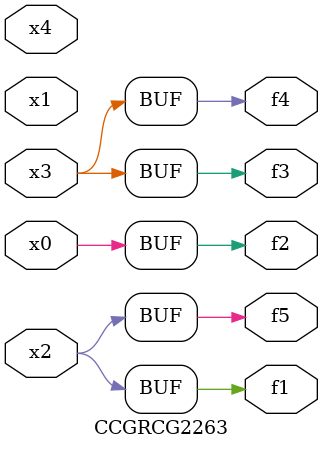
<source format=v>
module CCGRCG2263(
	input x0, x1, x2, x3, x4,
	output f1, f2, f3, f4, f5
);
	assign f1 = x2;
	assign f2 = x0;
	assign f3 = x3;
	assign f4 = x3;
	assign f5 = x2;
endmodule

</source>
